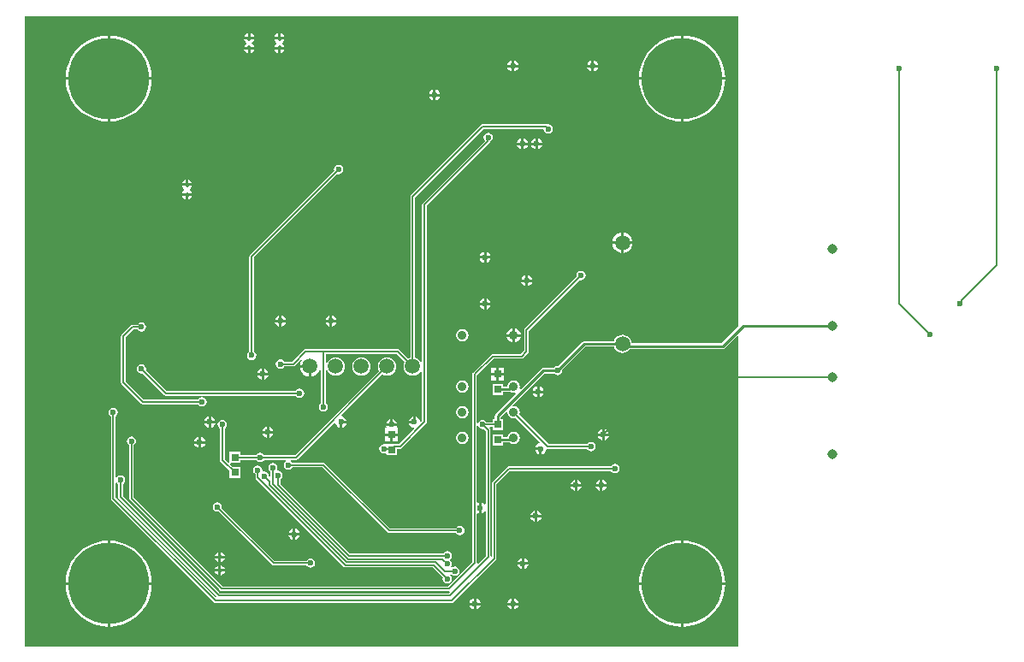
<source format=gbl>
G04*
G04 #@! TF.GenerationSoftware,Altium Limited,Altium Designer,19.0.15 (446)*
G04*
G04 Layer_Physical_Order=2*
G04 Layer_Color=16711680*
%FSLAX25Y25*%
%MOIN*%
G70*
G01*
G75*
%ADD12C,0.00600*%
%ADD18C,0.01000*%
%ADD44R,0.02953X0.03150*%
%ADD63C,0.31496*%
%ADD64C,0.05906*%
%ADD65C,0.03838*%
%ADD66C,0.03543*%
%ADD67C,0.02362*%
%ADD68C,0.01968*%
G36*
X24016Y122811D02*
Y1980D01*
X17252Y-4784D01*
X-17682D01*
X-17786Y-3994D01*
X-18144Y-3130D01*
X-18714Y-2387D01*
X-19456Y-1818D01*
X-20320Y-1460D01*
X-21248Y-1338D01*
X-22175Y-1460D01*
X-23039Y-1818D01*
X-23782Y-2387D01*
X-24351Y-3130D01*
X-24629Y-3800D01*
X-36132D01*
X-36132Y-3800D01*
X-36561Y-3885D01*
X-36925Y-4128D01*
X-36925Y-4128D01*
X-46373Y-13577D01*
X-46565Y-13538D01*
X-47260Y-13677D01*
X-47849Y-14070D01*
X-47958Y-14233D01*
X-52145D01*
X-52574Y-14318D01*
X-52938Y-14561D01*
X-52938Y-14561D01*
X-60908Y-22532D01*
X-61369Y-22285D01*
X-61243Y-21654D01*
X-61427Y-20728D01*
X-61952Y-19944D01*
X-62736Y-19420D01*
X-63661Y-19236D01*
X-64587Y-19420D01*
X-65371Y-19944D01*
X-65895Y-20728D01*
X-66052Y-21516D01*
X-67805D01*
Y-20463D01*
X-71958D01*
Y-24813D01*
X-67805D01*
Y-23759D01*
X-65334D01*
X-65334Y-23759D01*
X-64906Y-23674D01*
X-64587Y-23888D01*
X-63661Y-24071D01*
X-63029Y-23946D01*
X-62783Y-24407D01*
X-70675Y-32298D01*
X-70918Y-32662D01*
X-71004Y-33091D01*
X-71003Y-33091D01*
Y-34242D01*
X-71958D01*
Y-35500D01*
X-74259D01*
X-74503Y-35133D01*
X-75093Y-34740D01*
X-75787Y-34601D01*
X-76482Y-34740D01*
X-77071Y-35133D01*
X-77465Y-35722D01*
X-77478Y-35789D01*
X-77978Y-35740D01*
Y-17160D01*
X-71578Y-10760D01*
X-60632D01*
X-60281Y-10690D01*
X-59983Y-10491D01*
X-58015Y-8523D01*
X-57816Y-8225D01*
X-57746Y-7874D01*
Y11D01*
X-37834Y19924D01*
X-37402Y19838D01*
X-36707Y19976D01*
X-36118Y20369D01*
X-35724Y20959D01*
X-35586Y21654D01*
X-35724Y22348D01*
X-36118Y22938D01*
X-36707Y23331D01*
X-37402Y23470D01*
X-38096Y23331D01*
X-38686Y22938D01*
X-39079Y22348D01*
X-39218Y21654D01*
X-39132Y21221D01*
X-59313Y1040D01*
X-59512Y742D01*
X-59581Y391D01*
Y-7494D01*
X-61012Y-8925D01*
X-71958D01*
X-72309Y-8995D01*
X-72607Y-9194D01*
X-79545Y-16131D01*
X-79744Y-16429D01*
X-79814Y-16780D01*
Y-90038D01*
X-89252Y-99476D01*
X-176951D01*
X-211681Y-64746D01*
Y-44364D01*
X-211314Y-44119D01*
X-210921Y-43530D01*
X-210782Y-42835D01*
X-210921Y-42140D01*
X-211314Y-41551D01*
X-211904Y-41157D01*
X-212598Y-41019D01*
X-213293Y-41157D01*
X-213882Y-41551D01*
X-214276Y-42140D01*
X-214414Y-42835D01*
X-214276Y-43530D01*
X-213882Y-44119D01*
X-213516Y-44364D01*
Y-65126D01*
X-213446Y-65477D01*
X-213247Y-65775D01*
X-177979Y-101043D01*
X-177682Y-101242D01*
X-177331Y-101311D01*
X-88872D01*
X-88847Y-101306D01*
X-88601Y-101767D01*
X-88963Y-102129D01*
X-178069D01*
X-215893Y-64305D01*
Y-59600D01*
X-215527Y-59355D01*
X-215133Y-58766D01*
X-214995Y-58071D01*
X-215133Y-57376D01*
X-215527Y-56787D01*
X-216116Y-56393D01*
X-216811Y-56255D01*
X-217506Y-56393D01*
X-218095Y-56787D01*
X-218267Y-57045D01*
X-218767Y-56893D01*
Y-33182D01*
X-218401Y-32938D01*
X-218007Y-32348D01*
X-217869Y-31654D01*
X-218007Y-30959D01*
X-218401Y-30369D01*
X-218990Y-29976D01*
X-219685Y-29838D01*
X-220380Y-29976D01*
X-220969Y-30369D01*
X-221363Y-30959D01*
X-221501Y-31654D01*
X-221363Y-32348D01*
X-220969Y-32938D01*
X-220603Y-33182D01*
Y-65134D01*
X-220533Y-65485D01*
X-220334Y-65783D01*
X-180442Y-105675D01*
X-180145Y-105873D01*
X-179794Y-105943D01*
X-87669D01*
X-87317Y-105873D01*
X-87020Y-105675D01*
X-70611Y-89266D01*
X-70412Y-88968D01*
X-70342Y-88617D01*
Y-59649D01*
X-65154Y-54461D01*
X-25663D01*
X-25418Y-54827D01*
X-24829Y-55221D01*
X-24134Y-55359D01*
X-23439Y-55221D01*
X-22850Y-54827D01*
X-22456Y-54238D01*
X-22318Y-53543D01*
X-22456Y-52848D01*
X-22850Y-52259D01*
X-23439Y-51866D01*
X-24134Y-51727D01*
X-24829Y-51866D01*
X-25418Y-52259D01*
X-25663Y-52626D01*
X-65534D01*
X-65886Y-52696D01*
X-66183Y-52894D01*
X-71909Y-58620D01*
X-72108Y-58918D01*
X-72177Y-59269D01*
Y-87774D01*
X-72204Y-87794D01*
X-72704Y-87542D01*
Y-38583D01*
X-72774Y-38232D01*
X-72973Y-37934D01*
X-73110Y-37797D01*
X-72919Y-37335D01*
X-71958D01*
Y-38592D01*
X-67805D01*
Y-34242D01*
X-68760D01*
Y-33556D01*
X-66523Y-31318D01*
X-66062Y-31564D01*
X-66079Y-31654D01*
X-65895Y-32579D01*
X-65371Y-33363D01*
X-64587Y-33887D01*
X-63661Y-34071D01*
X-62736Y-33887D01*
X-62730Y-33883D01*
X-53475Y-43138D01*
X-53639Y-43681D01*
X-54001Y-43753D01*
X-54722Y-44235D01*
X-55204Y-44956D01*
X-55274Y-45307D01*
X-53150D01*
Y-45807D01*
X-52650D01*
Y-47932D01*
X-52299Y-47862D01*
X-51577Y-47380D01*
X-51095Y-46658D01*
X-51007Y-46216D01*
X-50689Y-45842D01*
X-50468Y-45875D01*
X-50330Y-45903D01*
X-34993D01*
X-34749Y-46269D01*
X-34159Y-46663D01*
X-33465Y-46801D01*
X-32770Y-46663D01*
X-32181Y-46269D01*
X-31787Y-45680D01*
X-31649Y-44985D01*
X-31787Y-44290D01*
X-32181Y-43701D01*
X-32770Y-43307D01*
X-33465Y-43169D01*
X-34159Y-43307D01*
X-34749Y-43701D01*
X-34993Y-44067D01*
X-49950D01*
X-61432Y-32585D01*
X-61427Y-32579D01*
X-61243Y-31654D01*
X-61427Y-30728D01*
X-61952Y-29944D01*
X-62736Y-29420D01*
X-63661Y-29236D01*
X-63751Y-29253D01*
X-63997Y-28793D01*
X-51680Y-16476D01*
X-47958D01*
X-47849Y-16638D01*
X-47260Y-17032D01*
X-46565Y-17170D01*
X-45870Y-17032D01*
X-45281Y-16638D01*
X-44887Y-16049D01*
X-44749Y-15354D01*
X-44787Y-15163D01*
X-35667Y-6043D01*
X-24629D01*
X-24351Y-6713D01*
X-23782Y-7455D01*
X-23039Y-8025D01*
X-22175Y-8383D01*
X-21248Y-8505D01*
X-20320Y-8383D01*
X-19456Y-8025D01*
X-18714Y-7455D01*
X-18385Y-7027D01*
X17717D01*
X17717Y-7027D01*
X18146Y-6942D01*
X18510Y-6699D01*
X23554Y-1654D01*
X24016Y-1846D01*
Y-122811D01*
X-254308Y-122811D01*
X-254308Y122811D01*
X24016Y122811D01*
D02*
G37*
G36*
X-77465Y-37112D02*
X-77071Y-37701D01*
X-76482Y-38095D01*
X-75787Y-38233D01*
X-75355Y-38147D01*
X-74540Y-38963D01*
Y-67412D01*
X-75040Y-67564D01*
X-75199Y-67325D01*
X-75921Y-66843D01*
X-76272Y-66773D01*
Y-68898D01*
Y-71022D01*
X-75921Y-70952D01*
X-75199Y-70470D01*
X-75040Y-70231D01*
X-74540Y-70383D01*
Y-87706D01*
X-77522Y-90689D01*
X-77983Y-90442D01*
X-77978Y-90418D01*
Y-71270D01*
X-77478Y-70981D01*
X-77272Y-71022D01*
Y-68898D01*
Y-66773D01*
X-77478Y-66814D01*
X-77978Y-66525D01*
Y-37095D01*
X-77478Y-37046D01*
X-77465Y-37112D01*
D02*
G37*
G36*
X-218095Y-59355D02*
X-217729Y-59600D01*
Y-64685D01*
X-217659Y-65036D01*
X-217460Y-65334D01*
X-179580Y-103214D01*
X-179727Y-103774D01*
X-179734Y-103776D01*
X-179752Y-103769D01*
X-218767Y-64754D01*
Y-59249D01*
X-218267Y-59097D01*
X-218095Y-59355D01*
D02*
G37*
%LPC*%
G36*
X-154422Y116097D02*
Y114673D01*
X-152998D01*
X-153053Y114947D01*
X-153491Y115604D01*
X-154148Y116042D01*
X-154422Y116097D01*
D02*
G37*
G36*
X-155422D02*
X-155696Y116042D01*
X-156352Y115604D01*
X-156791Y114947D01*
X-156845Y114673D01*
X-155422D01*
Y116097D01*
D02*
G37*
G36*
X-166233D02*
Y114673D01*
X-164809D01*
X-164864Y114947D01*
X-165302Y115604D01*
X-165958Y116042D01*
X-166233Y116097D01*
D02*
G37*
G36*
X-167233D02*
X-167507Y116042D01*
X-168163Y115604D01*
X-168602Y114947D01*
X-168656Y114673D01*
X-167233D01*
Y116097D01*
D02*
G37*
G36*
X-152998Y113673D02*
X-156845D01*
X-156791Y113399D01*
X-156352Y112743D01*
X-155997Y112505D01*
Y111904D01*
X-156352Y111667D01*
X-156791Y111010D01*
X-156845Y110736D01*
X-152998D01*
X-153053Y111010D01*
X-153491Y111667D01*
X-153846Y111904D01*
Y112505D01*
X-153491Y112743D01*
X-153053Y113399D01*
X-152998Y113673D01*
D02*
G37*
G36*
X-164809D02*
X-168656D01*
X-168602Y113399D01*
X-168163Y112743D01*
X-167808Y112505D01*
Y111904D01*
X-168163Y111667D01*
X-168602Y111010D01*
X-168656Y110736D01*
X-164809D01*
X-164864Y111010D01*
X-165302Y111667D01*
X-165657Y111904D01*
Y112505D01*
X-165302Y112743D01*
X-164864Y113399D01*
X-164809Y113673D01*
D02*
G37*
G36*
X-152998Y109736D02*
X-154422D01*
Y108313D01*
X-154148Y108367D01*
X-153491Y108806D01*
X-153053Y109462D01*
X-152998Y109736D01*
D02*
G37*
G36*
X-155422D02*
X-156845D01*
X-156791Y109462D01*
X-156352Y108806D01*
X-155696Y108367D01*
X-155422Y108313D01*
Y109736D01*
D02*
G37*
G36*
X-164809D02*
X-166233D01*
Y108313D01*
X-165958Y108367D01*
X-165302Y108806D01*
X-164864Y109462D01*
X-164809Y109736D01*
D02*
G37*
G36*
X-167233D02*
X-168656D01*
X-168602Y109462D01*
X-168163Y108806D01*
X-167507Y108367D01*
X-167233Y108313D01*
Y109736D01*
D02*
G37*
G36*
X-32374Y105471D02*
Y103847D01*
X-30750D01*
X-30819Y104198D01*
X-31302Y104919D01*
X-32023Y105401D01*
X-32374Y105471D01*
D02*
G37*
G36*
X-33374D02*
X-33725Y105401D01*
X-34446Y104919D01*
X-34929Y104198D01*
X-34998Y103847D01*
X-33374D01*
Y105471D01*
D02*
G37*
G36*
X-63476D02*
Y103847D01*
X-61852D01*
X-61922Y104198D01*
X-62404Y104919D01*
X-63125Y105401D01*
X-63476Y105471D01*
D02*
G37*
G36*
X-64476D02*
X-64827Y105401D01*
X-65549Y104919D01*
X-66031Y104198D01*
X-66101Y103847D01*
X-64476D01*
Y105471D01*
D02*
G37*
G36*
X-30750Y102847D02*
X-32374D01*
Y101222D01*
X-32023Y101292D01*
X-31302Y101774D01*
X-30819Y102495D01*
X-30750Y102847D01*
D02*
G37*
G36*
X-33374D02*
X-34998D01*
X-34929Y102495D01*
X-34446Y101774D01*
X-33725Y101292D01*
X-33374Y101222D01*
Y102847D01*
D02*
G37*
G36*
X-61852D02*
X-63476D01*
Y101222D01*
X-63125Y101292D01*
X-62404Y101774D01*
X-61922Y102495D01*
X-61852Y102847D01*
D02*
G37*
G36*
X-64476D02*
X-66101D01*
X-66031Y102495D01*
X-65549Y101774D01*
X-64827Y101292D01*
X-64476Y101222D01*
Y102847D01*
D02*
G37*
G36*
X2468Y115176D02*
Y98925D01*
X18720D01*
X18609Y100616D01*
X18181Y102769D01*
X17475Y104848D01*
X16504Y106817D01*
X15284Y108643D01*
X13837Y110293D01*
X12186Y111741D01*
X10361Y112961D01*
X8392Y113932D01*
X6312Y114637D01*
X4159Y115066D01*
X2468Y115176D01*
D02*
G37*
G36*
X1469D02*
X-222Y115066D01*
X-2376Y114637D01*
X-4454Y113932D01*
X-6424Y112961D01*
X-8249Y111741D01*
X-9900Y110293D01*
X-11347Y108643D01*
X-12567Y106817D01*
X-13538Y104848D01*
X-14244Y102769D01*
X-14672Y100616D01*
X-14783Y98925D01*
X1469D01*
Y115176D01*
D02*
G37*
G36*
X-220957D02*
Y98925D01*
X-204706D01*
X-204816Y100616D01*
X-205245Y102769D01*
X-205950Y104848D01*
X-206921Y106817D01*
X-208141Y108643D01*
X-209589Y110293D01*
X-211239Y111741D01*
X-213065Y112961D01*
X-215034Y113932D01*
X-217113Y114637D01*
X-219266Y115066D01*
X-220957Y115176D01*
D02*
G37*
G36*
X-221957D02*
X-223647Y115066D01*
X-225801Y114637D01*
X-227880Y113932D01*
X-229849Y112961D01*
X-231674Y111741D01*
X-233325Y110293D01*
X-234772Y108643D01*
X-235992Y106817D01*
X-236963Y104848D01*
X-237669Y102769D01*
X-238097Y100616D01*
X-238208Y98925D01*
X-221957D01*
Y115176D01*
D02*
G37*
G36*
X-93988Y94144D02*
Y92520D01*
X-92364D01*
X-92434Y92871D01*
X-92916Y93592D01*
X-93637Y94074D01*
X-93988Y94144D01*
D02*
G37*
G36*
X-94988D02*
X-95339Y94074D01*
X-96061Y93592D01*
X-96543Y92871D01*
X-96613Y92520D01*
X-94988D01*
Y94144D01*
D02*
G37*
G36*
X-92364Y91520D02*
X-93988D01*
Y89895D01*
X-93637Y89965D01*
X-92916Y90447D01*
X-92434Y91169D01*
X-92364Y91520D01*
D02*
G37*
G36*
X-94988D02*
X-96613D01*
X-96543Y91169D01*
X-96061Y90447D01*
X-95339Y89965D01*
X-94988Y89895D01*
Y91520D01*
D02*
G37*
G36*
X18720Y97925D02*
X2468D01*
Y81674D01*
X4159Y81785D01*
X6312Y82213D01*
X8392Y82919D01*
X10361Y83890D01*
X12186Y85110D01*
X13837Y86557D01*
X15284Y88208D01*
X16504Y90033D01*
X17475Y92002D01*
X18181Y94081D01*
X18609Y96234D01*
X18720Y97925D01*
D02*
G37*
G36*
X1469D02*
X-14783D01*
X-14672Y96234D01*
X-14244Y94081D01*
X-13538Y92002D01*
X-12567Y90033D01*
X-11347Y88208D01*
X-9900Y86557D01*
X-8249Y85110D01*
X-6424Y83890D01*
X-4454Y82919D01*
X-2376Y82213D01*
X-222Y81785D01*
X1469Y81674D01*
Y97925D01*
D02*
G37*
G36*
X-204706D02*
X-220957D01*
Y81674D01*
X-219266Y81785D01*
X-217113Y82213D01*
X-215034Y82919D01*
X-213065Y83890D01*
X-211239Y85110D01*
X-209589Y86557D01*
X-208141Y88208D01*
X-206921Y90033D01*
X-205950Y92002D01*
X-205245Y94081D01*
X-204816Y96234D01*
X-204706Y97925D01*
D02*
G37*
G36*
X-221957D02*
X-238208D01*
X-238097Y96234D01*
X-237669Y94081D01*
X-236963Y92002D01*
X-235992Y90033D01*
X-234772Y88208D01*
X-233325Y86557D01*
X-231674Y85110D01*
X-229849Y83890D01*
X-227880Y82919D01*
X-225801Y82213D01*
X-223647Y81785D01*
X-221957Y81674D01*
Y97925D01*
D02*
G37*
G36*
X-51181Y80642D02*
X-75787D01*
X-76139Y80572D01*
X-76436Y80373D01*
X-103680Y53129D01*
X-103879Y52832D01*
X-103949Y52480D01*
Y-10317D01*
X-103959Y-10318D01*
X-104823Y-10676D01*
X-104831Y-10682D01*
X-108288Y-7225D01*
X-108586Y-7026D01*
X-108937Y-6956D01*
X-144685D01*
X-145036Y-7026D01*
X-145334Y-7225D01*
X-149986Y-11878D01*
X-152999D01*
X-153244Y-11511D01*
X-153833Y-11118D01*
X-154528Y-10979D01*
X-155222Y-11118D01*
X-155812Y-11511D01*
X-156205Y-12100D01*
X-156344Y-12795D01*
X-156205Y-13490D01*
X-155812Y-14079D01*
X-155222Y-14473D01*
X-154528Y-14611D01*
X-153833Y-14473D01*
X-153244Y-14079D01*
X-152999Y-13713D01*
X-149606D01*
X-149255Y-13643D01*
X-148957Y-13444D01*
X-146505Y-10991D01*
X-146128Y-11322D01*
X-146484Y-11786D01*
X-146882Y-12748D01*
X-146952Y-13280D01*
X-143032D01*
Y-13780D01*
X-142532D01*
Y-17701D01*
X-142000Y-17630D01*
X-141038Y-17232D01*
X-140212Y-16599D01*
X-139579Y-15773D01*
X-139181Y-14811D01*
X-138713Y-14925D01*
Y-27999D01*
X-139079Y-28243D01*
X-139473Y-28833D01*
X-139611Y-29528D01*
X-139473Y-30222D01*
X-139079Y-30812D01*
X-138490Y-31205D01*
X-137795Y-31343D01*
X-137100Y-31205D01*
X-136511Y-30812D01*
X-136117Y-30222D01*
X-135979Y-29528D01*
X-136117Y-28833D01*
X-136511Y-28243D01*
X-136878Y-27999D01*
Y-15085D01*
X-136378Y-14985D01*
X-136135Y-15571D01*
X-135565Y-16313D01*
X-134823Y-16883D01*
X-133959Y-17241D01*
X-133031Y-17363D01*
X-132104Y-17241D01*
X-131240Y-16883D01*
X-130498Y-16313D01*
X-129928Y-15571D01*
X-129570Y-14707D01*
X-129448Y-13780D01*
X-129570Y-12852D01*
X-129928Y-11988D01*
X-130498Y-11246D01*
X-131240Y-10676D01*
X-132104Y-10318D01*
X-133031Y-10196D01*
X-133959Y-10318D01*
X-134823Y-10676D01*
X-135565Y-11246D01*
X-136135Y-11988D01*
X-136378Y-12574D01*
X-136878Y-12475D01*
Y-8792D01*
X-109317D01*
X-106129Y-11980D01*
X-106135Y-11988D01*
X-106493Y-12852D01*
X-106615Y-13780D01*
X-106493Y-14707D01*
X-106135Y-15571D01*
X-105565Y-16313D01*
X-104823Y-16883D01*
X-103959Y-17241D01*
X-103032Y-17363D01*
X-102104Y-17241D01*
X-101240Y-16883D01*
X-100498Y-16313D01*
X-99928Y-15571D01*
X-99843Y-15365D01*
X-99343Y-15465D01*
Y-35022D01*
X-99724Y-35341D01*
X-100187Y-35190D01*
X-100308Y-34582D01*
X-100790Y-33861D01*
X-101511Y-33378D01*
X-101862Y-33309D01*
Y-35433D01*
X-102362D01*
Y-35933D01*
X-104487D01*
X-104417Y-36284D01*
X-103935Y-37006D01*
X-103213Y-37488D01*
X-102605Y-37609D01*
X-102431Y-38142D01*
X-108357Y-44067D01*
X-110044D01*
X-110133Y-44085D01*
X-113297D01*
X-113297Y-44085D01*
X-113790Y-44067D01*
X-114173Y-43991D01*
X-114868Y-44129D01*
X-115457Y-44523D01*
X-115851Y-45112D01*
X-115989Y-45807D01*
X-115851Y-46502D01*
X-115457Y-47091D01*
X-114868Y-47485D01*
X-114173Y-47623D01*
X-113797Y-47548D01*
X-113297Y-47919D01*
Y-48435D01*
X-109144D01*
Y-45903D01*
X-107977D01*
X-107626Y-45833D01*
X-107328Y-45634D01*
X-97776Y-36082D01*
X-97577Y-35784D01*
X-97508Y-35433D01*
Y48832D01*
X-73091Y73249D01*
X-72892Y73547D01*
X-72822Y73898D01*
Y73916D01*
X-72338Y74240D01*
X-71944Y74829D01*
X-71806Y75524D01*
X-71944Y76219D01*
X-72338Y76808D01*
X-72927Y77201D01*
X-73622Y77340D01*
X-74317Y77201D01*
X-74906Y76808D01*
X-75300Y76219D01*
X-75438Y75524D01*
X-75300Y74829D01*
X-74906Y74240D01*
X-74887Y74048D01*
X-99074Y49861D01*
X-99273Y49564D01*
X-99343Y49213D01*
Y-12094D01*
X-99843Y-12194D01*
X-99928Y-11988D01*
X-100498Y-11246D01*
X-101240Y-10676D01*
X-102104Y-10318D01*
X-102114Y-10317D01*
Y52100D01*
X-75407Y78807D01*
X-52068D01*
X-52013Y78740D01*
X-51875Y78045D01*
X-51481Y77456D01*
X-50892Y77062D01*
X-50197Y76924D01*
X-49502Y77062D01*
X-48913Y77456D01*
X-48519Y78045D01*
X-48381Y78740D01*
X-48519Y79435D01*
X-48913Y80024D01*
X-49502Y80418D01*
X-50197Y80556D01*
X-50666Y80463D01*
X-50830Y80572D01*
X-51181Y80642D01*
D02*
G37*
G36*
X-54224Y75156D02*
Y73532D01*
X-52600D01*
X-52670Y73883D01*
X-53152Y74604D01*
X-53873Y75086D01*
X-54224Y75156D01*
D02*
G37*
G36*
X-55224D02*
X-55575Y75086D01*
X-56297Y74604D01*
X-56779Y73883D01*
X-56849Y73532D01*
X-55224D01*
Y75156D01*
D02*
G37*
G36*
X-59736D02*
Y73532D01*
X-58112D01*
X-58182Y73883D01*
X-58664Y74604D01*
X-59385Y75086D01*
X-59736Y75156D01*
D02*
G37*
G36*
X-60736D02*
X-61087Y75086D01*
X-61809Y74604D01*
X-62291Y73883D01*
X-62361Y73532D01*
X-60736D01*
Y75156D01*
D02*
G37*
G36*
X-52600Y72531D02*
X-54224D01*
Y70907D01*
X-53873Y70977D01*
X-53152Y71459D01*
X-52670Y72180D01*
X-52600Y72531D01*
D02*
G37*
G36*
X-55224D02*
X-56849D01*
X-56779Y72180D01*
X-56297Y71459D01*
X-55575Y70977D01*
X-55224Y70907D01*
Y72531D01*
D02*
G37*
G36*
X-58112D02*
X-59736D01*
Y70907D01*
X-59385Y70977D01*
X-58664Y71459D01*
X-58182Y72180D01*
X-58112Y72531D01*
D02*
G37*
G36*
X-60736D02*
X-62361D01*
X-62291Y72180D01*
X-61809Y71459D01*
X-61087Y70977D01*
X-60736Y70907D01*
Y72531D01*
D02*
G37*
G36*
X-131890Y64808D02*
X-132585Y64670D01*
X-133174Y64276D01*
X-133568Y63687D01*
X-133706Y62992D01*
X-133620Y62560D01*
X-166397Y29783D01*
X-166596Y29485D01*
X-166666Y29134D01*
Y-7920D01*
X-167032Y-8165D01*
X-167426Y-8754D01*
X-167564Y-9449D01*
X-167426Y-10144D01*
X-167032Y-10733D01*
X-166443Y-11127D01*
X-165748Y-11265D01*
X-165053Y-11127D01*
X-164464Y-10733D01*
X-164070Y-10144D01*
X-163932Y-9449D01*
X-164070Y-8754D01*
X-164464Y-8165D01*
X-164830Y-7920D01*
Y28754D01*
X-132322Y61262D01*
X-131890Y61176D01*
X-131195Y61314D01*
X-130606Y61708D01*
X-130212Y62297D01*
X-130074Y62992D01*
X-130212Y63687D01*
X-130606Y64276D01*
X-131195Y64670D01*
X-131890Y64808D01*
D02*
G37*
G36*
X-190445Y59010D02*
Y57587D01*
X-189021D01*
X-189076Y57861D01*
X-189514Y58517D01*
X-190171Y58956D01*
X-190445Y59010D01*
D02*
G37*
G36*
X-191445D02*
X-191719Y58956D01*
X-192375Y58517D01*
X-192814Y57861D01*
X-192868Y57587D01*
X-191445D01*
Y59010D01*
D02*
G37*
G36*
X-189021Y56587D02*
X-192868D01*
X-192814Y56312D01*
X-192375Y55656D01*
X-192020Y55419D01*
Y54817D01*
X-192375Y54580D01*
X-192814Y53924D01*
X-192868Y53650D01*
X-189021D01*
X-189076Y53924D01*
X-189514Y54580D01*
X-189869Y54817D01*
Y55419D01*
X-189514Y55656D01*
X-189076Y56312D01*
X-189021Y56587D01*
D02*
G37*
G36*
Y52650D02*
X-190445D01*
Y51226D01*
X-190171Y51280D01*
X-189514Y51719D01*
X-189076Y52375D01*
X-189021Y52650D01*
D02*
G37*
G36*
X-191445D02*
X-192868D01*
X-192814Y52375D01*
X-192375Y51719D01*
X-191719Y51280D01*
X-191445Y51226D01*
Y52650D01*
D02*
G37*
G36*
X-20748Y38370D02*
Y34949D01*
X-17327D01*
X-17397Y35481D01*
X-17795Y36442D01*
X-18429Y37268D01*
X-19254Y37901D01*
X-20216Y38300D01*
X-20748Y38370D01*
D02*
G37*
G36*
X-21748D02*
X-22280Y38300D01*
X-23241Y37901D01*
X-24067Y37268D01*
X-24700Y36442D01*
X-25099Y35481D01*
X-25169Y34949D01*
X-21748D01*
Y38370D01*
D02*
G37*
G36*
Y33949D02*
X-25169D01*
X-25099Y33417D01*
X-24700Y32455D01*
X-24067Y31630D01*
X-23241Y30996D01*
X-22280Y30598D01*
X-21748Y30528D01*
Y33949D01*
D02*
G37*
G36*
X-17327D02*
X-20748D01*
Y30528D01*
X-20216Y30598D01*
X-19254Y30996D01*
X-18429Y31630D01*
X-17795Y32455D01*
X-17397Y33417D01*
X-17327Y33949D01*
D02*
G37*
G36*
X-74303Y30864D02*
Y29240D01*
X-72679D01*
X-72749Y29591D01*
X-73231Y30312D01*
X-73952Y30795D01*
X-74303Y30864D01*
D02*
G37*
G36*
X-75303D02*
X-75654Y30795D01*
X-76376Y30312D01*
X-76858Y29591D01*
X-76928Y29240D01*
X-75303D01*
Y30864D01*
D02*
G37*
G36*
X-72679Y28240D02*
X-74303D01*
Y26616D01*
X-73952Y26686D01*
X-73231Y27167D01*
X-72749Y27889D01*
X-72679Y28240D01*
D02*
G37*
G36*
X-75303D02*
X-76928D01*
X-76858Y27889D01*
X-76376Y27167D01*
X-75654Y26686D01*
X-75303Y26616D01*
Y28240D01*
D02*
G37*
G36*
X-58071Y21809D02*
Y20185D01*
X-56446D01*
X-56516Y20536D01*
X-56998Y21258D01*
X-57720Y21740D01*
X-58071Y21809D01*
D02*
G37*
G36*
X-59071D02*
X-59422Y21740D01*
X-60143Y21258D01*
X-60625Y20536D01*
X-60695Y20185D01*
X-59071D01*
Y21809D01*
D02*
G37*
G36*
X-56446Y19185D02*
X-58071D01*
Y17561D01*
X-57720Y17630D01*
X-56998Y18113D01*
X-56516Y18834D01*
X-56446Y19185D01*
D02*
G37*
G36*
X-59071D02*
X-60695D01*
X-60625Y18834D01*
X-60143Y18113D01*
X-59422Y17630D01*
X-59071Y17561D01*
Y19185D01*
D02*
G37*
G36*
X-74303Y12754D02*
Y11130D01*
X-72679D01*
X-72749Y11481D01*
X-73231Y12202D01*
X-73952Y12685D01*
X-74303Y12754D01*
D02*
G37*
G36*
X-75303D02*
X-75654Y12685D01*
X-76376Y12202D01*
X-76858Y11481D01*
X-76928Y11130D01*
X-75303D01*
Y12754D01*
D02*
G37*
G36*
X-72679Y10130D02*
X-74303D01*
Y8506D01*
X-73952Y8575D01*
X-73231Y9058D01*
X-72749Y9779D01*
X-72679Y10130D01*
D02*
G37*
G36*
X-75303D02*
X-76928D01*
X-76858Y9779D01*
X-76376Y9058D01*
X-75654Y8575D01*
X-75303Y8506D01*
Y10130D01*
D02*
G37*
G36*
X-134343Y6061D02*
Y4437D01*
X-132718D01*
X-132788Y4788D01*
X-133270Y5509D01*
X-133992Y5992D01*
X-134343Y6061D01*
D02*
G37*
G36*
X-135343D02*
X-135694Y5992D01*
X-136415Y5509D01*
X-136897Y4788D01*
X-136967Y4437D01*
X-135343D01*
Y6061D01*
D02*
G37*
G36*
X-154028D02*
Y4437D01*
X-152403D01*
X-152473Y4788D01*
X-152955Y5509D01*
X-153676Y5992D01*
X-154028Y6061D01*
D02*
G37*
G36*
X-155028D02*
X-155379Y5992D01*
X-156100Y5509D01*
X-156582Y4788D01*
X-156652Y4437D01*
X-155028D01*
Y6061D01*
D02*
G37*
G36*
X-132718Y3437D02*
X-134343D01*
Y1813D01*
X-133992Y1883D01*
X-133270Y2365D01*
X-132788Y3086D01*
X-132718Y3437D01*
D02*
G37*
G36*
X-135343D02*
X-136967D01*
X-136897Y3086D01*
X-136415Y2365D01*
X-135694Y1883D01*
X-135343Y1813D01*
Y3437D01*
D02*
G37*
G36*
X-152403D02*
X-154028D01*
Y1813D01*
X-153676Y1883D01*
X-152955Y2365D01*
X-152473Y3086D01*
X-152403Y3437D01*
D02*
G37*
G36*
X-155028D02*
X-156652D01*
X-156582Y3086D01*
X-156100Y2365D01*
X-155379Y1883D01*
X-155028Y1813D01*
Y3437D01*
D02*
G37*
G36*
X-208661Y3391D02*
X-209356Y3253D01*
X-209946Y2859D01*
X-210190Y2492D01*
X-212205D01*
X-212556Y2423D01*
X-212854Y2224D01*
X-216397Y-1320D01*
X-216596Y-1617D01*
X-216666Y-1969D01*
Y-20079D01*
X-216596Y-20430D01*
X-216397Y-20728D01*
X-208917Y-28208D01*
X-208619Y-28407D01*
X-208268Y-28477D01*
X-186568D01*
X-186323Y-28843D01*
X-185734Y-29237D01*
X-185039Y-29375D01*
X-184344Y-29237D01*
X-183755Y-28843D01*
X-183362Y-28254D01*
X-183223Y-27559D01*
X-183362Y-26864D01*
X-183755Y-26275D01*
X-184344Y-25881D01*
X-185039Y-25743D01*
X-185734Y-25881D01*
X-186323Y-26275D01*
X-186568Y-26641D01*
X-207888D01*
X-214830Y-19699D01*
Y-2349D01*
X-211825Y657D01*
X-210190D01*
X-209946Y291D01*
X-209356Y-103D01*
X-208661Y-241D01*
X-207966Y-103D01*
X-207377Y291D01*
X-206984Y880D01*
X-206845Y1575D01*
X-206984Y2270D01*
X-207377Y2859D01*
X-207966Y3253D01*
X-208661Y3391D01*
D02*
G37*
G36*
X-63161Y1076D02*
Y-1154D01*
X-60932D01*
X-60961Y-930D01*
X-61241Y-256D01*
X-61685Y323D01*
X-62264Y767D01*
X-62938Y1047D01*
X-63161Y1076D01*
D02*
G37*
G36*
X-64161Y1076D02*
X-64385Y1047D01*
X-65059Y767D01*
X-65638Y323D01*
X-66082Y-256D01*
X-66362Y-930D01*
X-66391Y-1154D01*
X-64161D01*
Y1076D01*
D02*
G37*
G36*
X-83661Y764D02*
X-84587Y580D01*
X-85371Y56D01*
X-85895Y-728D01*
X-86079Y-1654D01*
X-85895Y-2579D01*
X-85371Y-3363D01*
X-84587Y-3887D01*
X-83661Y-4072D01*
X-82736Y-3887D01*
X-81952Y-3363D01*
X-81428Y-2579D01*
X-81243Y-1654D01*
X-81428Y-728D01*
X-81952Y56D01*
X-82736Y580D01*
X-83661Y764D01*
D02*
G37*
G36*
X-64161Y-2153D02*
X-66391D01*
X-66362Y-2377D01*
X-66082Y-3051D01*
X-65638Y-3630D01*
X-65059Y-4075D01*
X-64385Y-4354D01*
X-64161Y-4383D01*
Y-2153D01*
D02*
G37*
G36*
X-60932D02*
X-63161D01*
Y-4383D01*
X-62938Y-4354D01*
X-62264Y-4075D01*
X-61685Y-3630D01*
X-61241Y-3051D01*
X-60961Y-2377D01*
X-60932Y-2153D01*
D02*
G37*
G36*
X-160917Y-14608D02*
Y-16232D01*
X-159293D01*
X-159363Y-15881D01*
X-159845Y-15160D01*
X-160566Y-14678D01*
X-160917Y-14608D01*
D02*
G37*
G36*
X-161917D02*
X-162268Y-14678D01*
X-162990Y-15160D01*
X-163472Y-15881D01*
X-163542Y-16232D01*
X-161917D01*
Y-14608D01*
D02*
G37*
G36*
X-67405Y-14157D02*
X-69382D01*
Y-16232D01*
X-67405D01*
Y-14157D01*
D02*
G37*
G36*
X-70382D02*
X-72358D01*
Y-16232D01*
X-70382D01*
Y-14157D01*
D02*
G37*
G36*
X-113031Y-10196D02*
X-113959Y-10318D01*
X-114823Y-10676D01*
X-115565Y-11246D01*
X-116135Y-11988D01*
X-116493Y-12852D01*
X-116615Y-13780D01*
X-116493Y-14707D01*
X-116135Y-15571D01*
X-116129Y-15579D01*
X-148845Y-48295D01*
X-160873D01*
X-161117Y-47929D01*
X-161707Y-47535D01*
X-162402Y-47397D01*
X-163096Y-47535D01*
X-163686Y-47929D01*
X-163930Y-48295D01*
X-170168D01*
Y-47038D01*
X-174320D01*
Y-51037D01*
X-174820Y-51244D01*
X-176248Y-49817D01*
Y-37946D01*
X-175881Y-37701D01*
X-175488Y-37112D01*
X-175349Y-36417D01*
X-175488Y-35722D01*
X-175881Y-35133D01*
X-176470Y-34740D01*
X-177165Y-34601D01*
X-177860Y-34740D01*
X-178449Y-35133D01*
X-178843Y-35722D01*
X-178981Y-36417D01*
X-178843Y-37112D01*
X-178449Y-37701D01*
X-178083Y-37946D01*
Y-50197D01*
X-178013Y-50548D01*
X-177814Y-50846D01*
X-174320Y-54339D01*
Y-57293D01*
X-170168D01*
Y-52943D01*
X-173121D01*
X-174177Y-51887D01*
X-173970Y-51387D01*
X-170168D01*
Y-50130D01*
X-163930D01*
X-163686Y-50497D01*
X-163096Y-50890D01*
X-162402Y-51029D01*
X-161707Y-50890D01*
X-161117Y-50497D01*
X-160873Y-50130D01*
X-152513D01*
X-152361Y-50630D01*
X-152737Y-50881D01*
X-153130Y-51470D01*
X-153269Y-52165D01*
X-153130Y-52860D01*
X-152737Y-53449D01*
X-152147Y-53843D01*
X-151453Y-53981D01*
X-150758Y-53843D01*
X-150169Y-53449D01*
X-149924Y-53083D01*
X-138175D01*
X-112854Y-78405D01*
X-112556Y-78604D01*
X-112205Y-78673D01*
X-86175D01*
X-85930Y-79040D01*
X-85341Y-79434D01*
X-84646Y-79572D01*
X-83951Y-79434D01*
X-83362Y-79040D01*
X-82968Y-78451D01*
X-82830Y-77756D01*
X-82968Y-77061D01*
X-83362Y-76472D01*
X-83951Y-76078D01*
X-84646Y-75940D01*
X-85341Y-76078D01*
X-85930Y-76472D01*
X-86175Y-76838D01*
X-111825D01*
X-137146Y-51516D01*
X-137444Y-51318D01*
X-137795Y-51248D01*
X-149924D01*
X-150169Y-50881D01*
X-150544Y-50630D01*
X-150392Y-50130D01*
X-148465D01*
X-148113Y-50060D01*
X-147816Y-49861D01*
X-133597Y-35643D01*
X-133055Y-35808D01*
X-132960Y-36284D01*
X-132478Y-37006D01*
X-131757Y-37488D01*
X-131406Y-37557D01*
Y-35433D01*
X-130906D01*
Y-34933D01*
X-128781D01*
X-128851Y-34582D01*
X-129333Y-33861D01*
X-130055Y-33378D01*
X-130531Y-33284D01*
X-130695Y-32741D01*
X-114831Y-16877D01*
X-114823Y-16883D01*
X-113959Y-17241D01*
X-113031Y-17363D01*
X-112104Y-17241D01*
X-111240Y-16883D01*
X-110498Y-16313D01*
X-109928Y-15571D01*
X-109570Y-14707D01*
X-109448Y-13780D01*
X-109570Y-12852D01*
X-109928Y-11988D01*
X-110498Y-11246D01*
X-111240Y-10676D01*
X-112104Y-10318D01*
X-113031Y-10196D01*
D02*
G37*
G36*
X-123031D02*
X-123959Y-10318D01*
X-124823Y-10676D01*
X-125565Y-11246D01*
X-126135Y-11988D01*
X-126493Y-12852D01*
X-126615Y-13780D01*
X-126493Y-14707D01*
X-126135Y-15571D01*
X-125565Y-16313D01*
X-124823Y-16883D01*
X-123959Y-17241D01*
X-123031Y-17363D01*
X-122104Y-17241D01*
X-121240Y-16883D01*
X-120498Y-16313D01*
X-119928Y-15571D01*
X-119570Y-14707D01*
X-119448Y-13780D01*
X-119570Y-12852D01*
X-119928Y-11988D01*
X-120498Y-11246D01*
X-121240Y-10676D01*
X-122104Y-10318D01*
X-123031Y-10196D01*
D02*
G37*
G36*
X-143532Y-14280D02*
X-146952D01*
X-146882Y-14811D01*
X-146484Y-15773D01*
X-145851Y-16599D01*
X-145025Y-17232D01*
X-144063Y-17630D01*
X-143532Y-17701D01*
Y-14280D01*
D02*
G37*
G36*
X-159293Y-17232D02*
X-160917D01*
Y-18857D01*
X-160566Y-18787D01*
X-159845Y-18305D01*
X-159363Y-17583D01*
X-159293Y-17232D01*
D02*
G37*
G36*
X-161917D02*
X-163542D01*
X-163472Y-17583D01*
X-162990Y-18305D01*
X-162268Y-18787D01*
X-161917Y-18857D01*
Y-17232D01*
D02*
G37*
G36*
X-67405Y-17232D02*
X-69382D01*
Y-19307D01*
X-67405D01*
Y-17232D01*
D02*
G37*
G36*
X-70382D02*
X-72358D01*
Y-19307D01*
X-70382D01*
Y-17232D01*
D02*
G37*
G36*
X-53634Y-21498D02*
Y-23122D01*
X-52009D01*
X-52079Y-22771D01*
X-52561Y-22050D01*
X-53283Y-21567D01*
X-53634Y-21498D01*
D02*
G37*
G36*
X-54634D02*
X-54985Y-21567D01*
X-55706Y-22050D01*
X-56188Y-22771D01*
X-56258Y-23122D01*
X-54634D01*
Y-21498D01*
D02*
G37*
G36*
X-83661Y-19236D02*
X-84587Y-19420D01*
X-85371Y-19944D01*
X-85895Y-20728D01*
X-86079Y-21654D01*
X-85895Y-22579D01*
X-85371Y-23363D01*
X-84587Y-23888D01*
X-83661Y-24071D01*
X-82736Y-23888D01*
X-81952Y-23363D01*
X-81428Y-22579D01*
X-81243Y-21654D01*
X-81428Y-20728D01*
X-81952Y-19944D01*
X-82736Y-19420D01*
X-83661Y-19236D01*
D02*
G37*
G36*
X-52009Y-24122D02*
X-53634D01*
Y-25746D01*
X-53283Y-25677D01*
X-52561Y-25194D01*
X-52079Y-24473D01*
X-52009Y-24122D01*
D02*
G37*
G36*
X-54634D02*
X-56258D01*
X-56188Y-24473D01*
X-55706Y-25194D01*
X-54985Y-25677D01*
X-54634Y-25746D01*
Y-24122D01*
D02*
G37*
G36*
X-208661Y-12947D02*
X-209356Y-13086D01*
X-209946Y-13479D01*
X-210339Y-14068D01*
X-210477Y-14763D01*
X-210339Y-15458D01*
X-209946Y-16047D01*
X-209356Y-16441D01*
X-208661Y-16579D01*
X-208229Y-16493D01*
X-199861Y-24861D01*
X-199563Y-25060D01*
X-199212Y-25130D01*
X-148576D01*
X-148331Y-25497D01*
X-147742Y-25890D01*
X-147047Y-26029D01*
X-146352Y-25890D01*
X-145763Y-25497D01*
X-145370Y-24908D01*
X-145231Y-24213D01*
X-145370Y-23518D01*
X-145763Y-22929D01*
X-146352Y-22535D01*
X-147047Y-22397D01*
X-147742Y-22535D01*
X-148331Y-22929D01*
X-148576Y-23295D01*
X-198832D01*
X-206931Y-15196D01*
X-206845Y-14763D01*
X-206984Y-14068D01*
X-207377Y-13479D01*
X-207966Y-13086D01*
X-208661Y-12947D01*
D02*
G37*
G36*
X-83661Y-29236D02*
X-84587Y-29420D01*
X-85371Y-29944D01*
X-85895Y-30728D01*
X-86079Y-31654D01*
X-85895Y-32579D01*
X-85371Y-33363D01*
X-84587Y-33887D01*
X-83661Y-34071D01*
X-82736Y-33887D01*
X-81952Y-33363D01*
X-81428Y-32579D01*
X-81243Y-31654D01*
X-81428Y-30728D01*
X-81952Y-29944D01*
X-82736Y-29420D01*
X-83661Y-29236D01*
D02*
G37*
G36*
X-102862Y-33309D02*
X-103213Y-33378D01*
X-103935Y-33861D01*
X-104417Y-34582D01*
X-104487Y-34933D01*
X-102862D01*
Y-33309D01*
D02*
G37*
G36*
X-181587D02*
Y-34933D01*
X-179962D01*
X-180032Y-34582D01*
X-180514Y-33861D01*
X-181236Y-33378D01*
X-181587Y-33309D01*
D02*
G37*
G36*
X-182587D02*
X-182938Y-33378D01*
X-183659Y-33861D01*
X-184141Y-34582D01*
X-184211Y-34933D01*
X-182587D01*
Y-33309D01*
D02*
G37*
G36*
X-110721Y-34293D02*
Y-35917D01*
X-109096D01*
X-109166Y-35566D01*
X-109648Y-34845D01*
X-110370Y-34363D01*
X-110721Y-34293D01*
D02*
G37*
G36*
X-111721D02*
X-112072Y-34363D01*
X-112793Y-34845D01*
X-113275Y-35566D01*
X-113345Y-35917D01*
X-111721D01*
Y-34293D01*
D02*
G37*
G36*
X-128781Y-35933D02*
X-130406D01*
Y-37557D01*
X-130055Y-37488D01*
X-129333Y-37006D01*
X-128851Y-36284D01*
X-128781Y-35933D01*
D02*
G37*
G36*
X-179962D02*
X-181587D01*
Y-37557D01*
X-181236Y-37488D01*
X-180514Y-37006D01*
X-180032Y-36284D01*
X-179962Y-35933D01*
D02*
G37*
G36*
X-182587D02*
X-184211D01*
X-184141Y-36284D01*
X-183659Y-37006D01*
X-182938Y-37488D01*
X-182587Y-37557D01*
Y-35933D01*
D02*
G37*
G36*
X-158949Y-37246D02*
Y-38870D01*
X-157325D01*
X-157394Y-38519D01*
X-157876Y-37798D01*
X-158598Y-37315D01*
X-158949Y-37246D01*
D02*
G37*
G36*
X-159949D02*
X-160300Y-37315D01*
X-161021Y-37798D01*
X-161503Y-38519D01*
X-161573Y-38870D01*
X-159949D01*
Y-37246D01*
D02*
G37*
G36*
X-28220Y-38230D02*
Y-39854D01*
X-26596D01*
X-26666Y-39503D01*
X-27148Y-38782D01*
X-27869Y-38300D01*
X-28220Y-38230D01*
D02*
G37*
G36*
X-29221D02*
X-29572Y-38300D01*
X-30293Y-38782D01*
X-30775Y-39503D01*
X-30845Y-39854D01*
X-29221D01*
Y-38230D01*
D02*
G37*
G36*
X-109096Y-36917D02*
X-113345D01*
X-113275Y-37268D01*
X-113228Y-37339D01*
X-113464Y-37780D01*
X-113697D01*
Y-39854D01*
X-111221D01*
X-108744D01*
Y-37780D01*
X-108977D01*
X-109213Y-37339D01*
X-109166Y-37268D01*
X-109096Y-36917D01*
D02*
G37*
G36*
X-63661Y-39236D02*
X-64587Y-39420D01*
X-65371Y-39944D01*
X-65895Y-40728D01*
X-65989Y-41201D01*
X-67805D01*
Y-40148D01*
X-71958D01*
Y-44498D01*
X-67805D01*
Y-43444D01*
X-65250D01*
X-64587Y-43887D01*
X-63661Y-44071D01*
X-62736Y-43887D01*
X-61952Y-43363D01*
X-61427Y-42579D01*
X-61243Y-41654D01*
X-61427Y-40728D01*
X-61952Y-39944D01*
X-62736Y-39420D01*
X-63661Y-39236D01*
D02*
G37*
G36*
X-157325Y-39870D02*
X-158949D01*
Y-41495D01*
X-158598Y-41425D01*
X-157876Y-40943D01*
X-157394Y-40221D01*
X-157325Y-39870D01*
D02*
G37*
G36*
X-159949D02*
X-161573D01*
X-161503Y-40221D01*
X-161021Y-40943D01*
X-160300Y-41425D01*
X-159949Y-41495D01*
Y-39870D01*
D02*
G37*
G36*
X-26596Y-40854D02*
X-28220D01*
Y-42479D01*
X-27869Y-42409D01*
X-27148Y-41927D01*
X-26666Y-41205D01*
X-26596Y-40854D01*
D02*
G37*
G36*
X-29221D02*
X-30845D01*
X-30775Y-41205D01*
X-30293Y-41927D01*
X-29572Y-42409D01*
X-29221Y-42479D01*
Y-40854D01*
D02*
G37*
G36*
X-185524Y-41183D02*
Y-42807D01*
X-183899D01*
X-183969Y-42456D01*
X-184451Y-41735D01*
X-185173Y-41252D01*
X-185524Y-41183D01*
D02*
G37*
G36*
X-186524D02*
X-186875Y-41252D01*
X-187596Y-41735D01*
X-188078Y-42456D01*
X-188148Y-42807D01*
X-186524D01*
Y-41183D01*
D02*
G37*
G36*
X-108744Y-40854D02*
X-110721D01*
Y-42929D01*
X-108744D01*
Y-40854D01*
D02*
G37*
G36*
X-111721D02*
X-113697D01*
Y-42929D01*
X-111721D01*
Y-40854D01*
D02*
G37*
G36*
X-83661Y-39236D02*
X-84587Y-39420D01*
X-85371Y-39944D01*
X-85895Y-40728D01*
X-86079Y-41654D01*
X-85895Y-42579D01*
X-85371Y-43363D01*
X-84587Y-43887D01*
X-83661Y-44071D01*
X-82736Y-43887D01*
X-81952Y-43363D01*
X-81428Y-42579D01*
X-81243Y-41654D01*
X-81428Y-40728D01*
X-81952Y-39944D01*
X-82736Y-39420D01*
X-83661Y-39236D01*
D02*
G37*
G36*
X-183899Y-43807D02*
X-185524D01*
Y-45432D01*
X-185173Y-45362D01*
X-184451Y-44880D01*
X-183969Y-44158D01*
X-183899Y-43807D01*
D02*
G37*
G36*
X-186524D02*
X-188148D01*
X-188078Y-44158D01*
X-187596Y-44880D01*
X-186875Y-45362D01*
X-186524Y-45432D01*
Y-43807D01*
D02*
G37*
G36*
X-53650Y-46307D02*
X-55274D01*
X-55204Y-46658D01*
X-54722Y-47380D01*
X-54001Y-47862D01*
X-53650Y-47932D01*
Y-46307D01*
D02*
G37*
G36*
X-157480Y-51334D02*
X-158175Y-51472D01*
X-158764Y-51866D01*
X-159158Y-52455D01*
X-159296Y-53150D01*
X-159158Y-53845D01*
X-158764Y-54434D01*
X-158510Y-54603D01*
Y-56551D01*
X-159011Y-56787D01*
X-159096Y-56717D01*
X-159071Y-56590D01*
X-159209Y-55895D01*
X-159603Y-55306D01*
X-160192Y-54912D01*
X-160887Y-54774D01*
X-161200Y-54836D01*
X-161625Y-54411D01*
X-161570Y-54134D01*
X-161708Y-53439D01*
X-162102Y-52850D01*
X-162691Y-52456D01*
X-163386Y-52318D01*
X-164081Y-52456D01*
X-164670Y-52850D01*
X-165064Y-53439D01*
X-165202Y-54134D01*
X-165064Y-54829D01*
X-164670Y-55418D01*
X-164304Y-55663D01*
Y-57110D01*
X-164234Y-57461D01*
X-164035Y-57759D01*
X-159236Y-62558D01*
X-159084Y-62659D01*
X-129896Y-91847D01*
X-129598Y-92046D01*
X-129247Y-92116D01*
X-95205D01*
X-91297Y-96024D01*
X-91383Y-96457D01*
X-91245Y-97152D01*
X-90851Y-97741D01*
X-90262Y-98134D01*
X-89567Y-98273D01*
X-88872Y-98134D01*
X-88283Y-97741D01*
X-87889Y-97152D01*
X-87751Y-96457D01*
X-87889Y-95762D01*
X-88283Y-95173D01*
X-88364Y-95118D01*
X-88234Y-94604D01*
X-88034Y-94585D01*
X-87898Y-94788D01*
X-87309Y-95182D01*
X-86614Y-95320D01*
X-85919Y-95182D01*
X-85330Y-94788D01*
X-84936Y-94199D01*
X-84798Y-93504D01*
X-84936Y-92809D01*
X-85330Y-92220D01*
X-85919Y-91826D01*
X-86614Y-91688D01*
X-87309Y-91826D01*
X-87736Y-92111D01*
X-88096Y-91751D01*
X-87889Y-91441D01*
X-87751Y-90746D01*
X-87889Y-90051D01*
X-88283Y-89462D01*
X-88342Y-89422D01*
Y-88922D01*
X-88283Y-88882D01*
X-87889Y-88293D01*
X-87751Y-87598D01*
X-87889Y-86904D01*
X-88283Y-86314D01*
X-88872Y-85921D01*
X-89567Y-85782D01*
X-90262Y-85921D01*
X-90851Y-86314D01*
X-91096Y-86681D01*
X-127376D01*
X-154594Y-59462D01*
Y-57749D01*
X-154228Y-57505D01*
X-153834Y-56915D01*
X-153696Y-56221D01*
X-153834Y-55525D01*
X-154228Y-54936D01*
X-154817Y-54543D01*
X-155512Y-54404D01*
X-155585Y-54419D01*
X-155886Y-53969D01*
X-155803Y-53845D01*
X-155664Y-53150D01*
X-155803Y-52455D01*
X-156196Y-51866D01*
X-156785Y-51472D01*
X-157480Y-51334D01*
D02*
G37*
G36*
X-29028Y-57915D02*
Y-59539D01*
X-27403D01*
X-27473Y-59188D01*
X-27955Y-58467D01*
X-28677Y-57985D01*
X-29028Y-57915D01*
D02*
G37*
G36*
X-30028D02*
X-30379Y-57985D01*
X-31100Y-58467D01*
X-31582Y-59188D01*
X-31652Y-59539D01*
X-30028D01*
Y-57915D01*
D02*
G37*
G36*
X-38870D02*
Y-59539D01*
X-37246D01*
X-37315Y-59188D01*
X-37798Y-58467D01*
X-38519Y-57985D01*
X-38870Y-57915D01*
D02*
G37*
G36*
X-39870D02*
X-40221Y-57985D01*
X-40943Y-58467D01*
X-41425Y-59188D01*
X-41495Y-59539D01*
X-39870D01*
Y-57915D01*
D02*
G37*
G36*
X-27403Y-60539D02*
X-29028D01*
Y-62164D01*
X-28677Y-62094D01*
X-27955Y-61612D01*
X-27473Y-60890D01*
X-27403Y-60539D01*
D02*
G37*
G36*
X-30028D02*
X-31652D01*
X-31582Y-60890D01*
X-31100Y-61612D01*
X-30379Y-62094D01*
X-30028Y-62164D01*
Y-60539D01*
D02*
G37*
G36*
X-37246D02*
X-38870D01*
Y-62164D01*
X-38519Y-62094D01*
X-37798Y-61612D01*
X-37315Y-60890D01*
X-37246Y-60539D01*
D02*
G37*
G36*
X-39870D02*
X-41495D01*
X-41425Y-60890D01*
X-40943Y-61612D01*
X-40221Y-62094D01*
X-39870Y-62164D01*
Y-60539D01*
D02*
G37*
G36*
X-54485Y-69923D02*
Y-71547D01*
X-52860D01*
X-52930Y-71196D01*
X-53412Y-70475D01*
X-54134Y-69993D01*
X-54485Y-69923D01*
D02*
G37*
G36*
X-55485D02*
X-55836Y-69993D01*
X-56557Y-70475D01*
X-57039Y-71196D01*
X-57109Y-71547D01*
X-55485D01*
Y-69923D01*
D02*
G37*
G36*
X-52860Y-72547D02*
X-54485D01*
Y-74172D01*
X-54134Y-74102D01*
X-53412Y-73620D01*
X-52930Y-72898D01*
X-52860Y-72547D01*
D02*
G37*
G36*
X-55485D02*
X-57109D01*
X-57039Y-72898D01*
X-56557Y-73620D01*
X-55836Y-74102D01*
X-55485Y-74172D01*
Y-72547D01*
D02*
G37*
G36*
X-148713Y-77009D02*
Y-78634D01*
X-147088D01*
X-147158Y-78283D01*
X-147640Y-77561D01*
X-148362Y-77079D01*
X-148713Y-77009D01*
D02*
G37*
G36*
X-149713D02*
X-150064Y-77079D01*
X-150785Y-77561D01*
X-151267Y-78283D01*
X-151337Y-78634D01*
X-149713D01*
Y-77009D01*
D02*
G37*
G36*
X-147088Y-79634D02*
X-148713D01*
Y-81258D01*
X-148362Y-81188D01*
X-147640Y-80706D01*
X-147158Y-79985D01*
X-147088Y-79634D01*
D02*
G37*
G36*
X-149713D02*
X-151337D01*
X-151267Y-79985D01*
X-150785Y-80706D01*
X-150064Y-81188D01*
X-149713Y-81258D01*
Y-79634D01*
D02*
G37*
G36*
X-177650Y-86097D02*
Y-87520D01*
X-176226D01*
X-176280Y-87246D01*
X-176719Y-86590D01*
X-177375Y-86151D01*
X-177650Y-86097D01*
D02*
G37*
G36*
X-178650D02*
X-178924Y-86151D01*
X-179580Y-86590D01*
X-180019Y-87246D01*
X-180073Y-87520D01*
X-178650D01*
Y-86097D01*
D02*
G37*
G36*
X-176226Y-88520D02*
X-177650D01*
Y-89944D01*
X-177375Y-89889D01*
X-176719Y-89451D01*
X-176280Y-88794D01*
X-176226Y-88520D01*
D02*
G37*
G36*
X-178650D02*
X-180073D01*
X-180019Y-88794D01*
X-179580Y-89451D01*
X-178924Y-89889D01*
X-178650Y-89944D01*
Y-88520D01*
D02*
G37*
G36*
X-59539Y-88427D02*
Y-90051D01*
X-57915D01*
X-57985Y-89700D01*
X-58467Y-88979D01*
X-59188Y-88497D01*
X-59539Y-88427D01*
D02*
G37*
G36*
X-60539D02*
X-60890Y-88497D01*
X-61612Y-88979D01*
X-62094Y-89700D01*
X-62164Y-90051D01*
X-60539D01*
Y-88427D01*
D02*
G37*
G36*
X-179134Y-66759D02*
X-179829Y-66897D01*
X-180418Y-67290D01*
X-180812Y-67880D01*
X-180950Y-68575D01*
X-180812Y-69270D01*
X-180418Y-69859D01*
X-179829Y-70252D01*
X-179134Y-70390D01*
X-178702Y-70305D01*
X-157924Y-91082D01*
X-157626Y-91281D01*
X-157275Y-91351D01*
X-144358D01*
X-144113Y-91717D01*
X-143524Y-92111D01*
X-142829Y-92249D01*
X-142134Y-92111D01*
X-141545Y-91717D01*
X-141151Y-91128D01*
X-141013Y-90433D01*
X-141151Y-89738D01*
X-141545Y-89149D01*
X-142134Y-88755D01*
X-142829Y-88617D01*
X-143524Y-88755D01*
X-144113Y-89149D01*
X-144358Y-89515D01*
X-156895D01*
X-177404Y-69007D01*
X-177318Y-68575D01*
X-177456Y-67880D01*
X-177850Y-67290D01*
X-178439Y-66897D01*
X-179134Y-66759D01*
D02*
G37*
G36*
X-57915Y-91051D02*
X-59539D01*
Y-92676D01*
X-59188Y-92606D01*
X-58467Y-92124D01*
X-57985Y-91402D01*
X-57915Y-91051D01*
D02*
G37*
G36*
X-60539D02*
X-62164D01*
X-62094Y-91402D01*
X-61612Y-92124D01*
X-60890Y-92606D01*
X-60539Y-92676D01*
Y-91051D01*
D02*
G37*
G36*
X-177650Y-91299D02*
Y-92723D01*
X-176226D01*
X-176280Y-92449D01*
X-176719Y-91792D01*
X-177375Y-91354D01*
X-177650Y-91299D01*
D02*
G37*
G36*
X-178650D02*
X-178924Y-91354D01*
X-179580Y-91792D01*
X-180019Y-92449D01*
X-180073Y-92723D01*
X-178650D01*
Y-91299D01*
D02*
G37*
G36*
X-176226Y-93723D02*
X-177650D01*
Y-95147D01*
X-177375Y-95092D01*
X-176719Y-94653D01*
X-176280Y-93997D01*
X-176226Y-93723D01*
D02*
G37*
G36*
X-178650D02*
X-180073D01*
X-180019Y-93997D01*
X-179580Y-94653D01*
X-178924Y-95092D01*
X-178650Y-95147D01*
Y-93723D01*
D02*
G37*
G36*
X2468Y-81674D02*
Y-97925D01*
X18720D01*
X18609Y-96235D01*
X18181Y-94081D01*
X17475Y-92002D01*
X16504Y-90033D01*
X15284Y-88208D01*
X13837Y-86557D01*
X12186Y-85110D01*
X10361Y-83890D01*
X8392Y-82919D01*
X6312Y-82213D01*
X4159Y-81785D01*
X2468Y-81674D01*
D02*
G37*
G36*
X1469D02*
X-222Y-81785D01*
X-2376Y-82213D01*
X-4454Y-82919D01*
X-6424Y-83890D01*
X-8249Y-85110D01*
X-9900Y-86557D01*
X-11347Y-88208D01*
X-12567Y-90033D01*
X-13538Y-92002D01*
X-14244Y-94081D01*
X-14672Y-96235D01*
X-14783Y-97925D01*
X1469D01*
Y-81674D01*
D02*
G37*
G36*
X-220957D02*
Y-97925D01*
X-204706D01*
X-204816Y-96235D01*
X-205245Y-94081D01*
X-205950Y-92002D01*
X-206921Y-90033D01*
X-208141Y-88208D01*
X-209589Y-86557D01*
X-211239Y-85110D01*
X-213065Y-83890D01*
X-215034Y-82919D01*
X-217113Y-82213D01*
X-219266Y-81785D01*
X-220957Y-81674D01*
D02*
G37*
G36*
X-221957D02*
X-223647Y-81785D01*
X-225801Y-82213D01*
X-227880Y-82919D01*
X-229849Y-83890D01*
X-231674Y-85110D01*
X-233325Y-86557D01*
X-234772Y-88208D01*
X-235992Y-90033D01*
X-236963Y-92002D01*
X-237669Y-94081D01*
X-238097Y-96235D01*
X-238208Y-97925D01*
X-221957D01*
Y-81674D01*
D02*
G37*
G36*
X-63395Y-104175D02*
Y-105799D01*
X-61771D01*
X-61841Y-105448D01*
X-62323Y-104727D01*
X-63044Y-104245D01*
X-63395Y-104175D01*
D02*
G37*
G36*
X-64395D02*
X-64746Y-104245D01*
X-65468Y-104727D01*
X-65950Y-105448D01*
X-66020Y-105799D01*
X-64395D01*
Y-104175D01*
D02*
G37*
G36*
X-78240D02*
Y-105799D01*
X-76616D01*
X-76686Y-105448D01*
X-77168Y-104727D01*
X-77889Y-104245D01*
X-78240Y-104175D01*
D02*
G37*
G36*
X-79240D02*
X-79591Y-104245D01*
X-80313Y-104727D01*
X-80795Y-105448D01*
X-80865Y-105799D01*
X-79240D01*
Y-104175D01*
D02*
G37*
G36*
X-61771Y-106799D02*
X-63395D01*
Y-108424D01*
X-63044Y-108354D01*
X-62323Y-107872D01*
X-61841Y-107150D01*
X-61771Y-106799D01*
D02*
G37*
G36*
X-64395D02*
X-66020D01*
X-65950Y-107150D01*
X-65468Y-107872D01*
X-64746Y-108354D01*
X-64395Y-108424D01*
Y-106799D01*
D02*
G37*
G36*
X-76616D02*
X-78240D01*
Y-108424D01*
X-77889Y-108354D01*
X-77168Y-107872D01*
X-76686Y-107150D01*
X-76616Y-106799D01*
D02*
G37*
G36*
X-79240D02*
X-80865D01*
X-80795Y-107150D01*
X-80313Y-107872D01*
X-79591Y-108354D01*
X-79240Y-108424D01*
Y-106799D01*
D02*
G37*
G36*
X18720Y-98925D02*
X2468D01*
Y-115176D01*
X4159Y-115066D01*
X6312Y-114637D01*
X8392Y-113932D01*
X10361Y-112961D01*
X12186Y-111741D01*
X13837Y-110293D01*
X15284Y-108643D01*
X16504Y-106817D01*
X17475Y-104848D01*
X18181Y-102769D01*
X18609Y-100616D01*
X18720Y-98925D01*
D02*
G37*
G36*
X1469D02*
X-14783D01*
X-14672Y-100616D01*
X-14244Y-102769D01*
X-13538Y-104848D01*
X-12567Y-106817D01*
X-11347Y-108643D01*
X-9900Y-110293D01*
X-8249Y-111741D01*
X-6424Y-112961D01*
X-4454Y-113932D01*
X-2376Y-114637D01*
X-222Y-115066D01*
X1469Y-115176D01*
Y-98925D01*
D02*
G37*
G36*
X-204706D02*
X-220957D01*
Y-115176D01*
X-219266Y-115066D01*
X-217113Y-114637D01*
X-215034Y-113932D01*
X-213065Y-112961D01*
X-211239Y-111741D01*
X-209589Y-110293D01*
X-208141Y-108643D01*
X-206921Y-106817D01*
X-205950Y-104848D01*
X-205245Y-102769D01*
X-204816Y-100616D01*
X-204706Y-98925D01*
D02*
G37*
G36*
X-221957D02*
X-238208D01*
X-238097Y-100616D01*
X-237669Y-102769D01*
X-236963Y-104848D01*
X-235992Y-106817D01*
X-234772Y-108643D01*
X-233325Y-110293D01*
X-231674Y-111741D01*
X-229849Y-112961D01*
X-227880Y-113932D01*
X-225801Y-114637D01*
X-223647Y-115066D01*
X-221957Y-115176D01*
Y-98925D01*
D02*
G37*
%LPD*%
D12*
X-212205Y1575D02*
X-208661D01*
X-215748Y-1969D02*
X-212205Y1575D01*
X-215748Y-20079D02*
Y-1969D01*
X-208268Y-27559D02*
X-185039D01*
X-215748Y-20079D02*
X-208268Y-27559D01*
X-165748Y29134D02*
X-131890Y62992D01*
X-165748Y-9449D02*
Y29134D01*
X-219685Y-65134D02*
X-179794Y-105026D01*
X-219685Y-65134D02*
Y-31654D01*
X-179794Y-105026D02*
X-87669D01*
X-71260Y-88617D01*
Y-59269D01*
X-65534Y-53543D01*
X-24134D01*
X-212598Y-65126D02*
Y-42835D01*
Y-65126D02*
X-177331Y-100394D01*
X-88872D01*
X-78896Y-90418D01*
Y-16780D01*
X-178449Y-103047D02*
X-88583D01*
X-216811Y-64685D02*
X-178449Y-103047D01*
X-88583D02*
X-73622Y-88086D01*
Y-38583D01*
X-78896Y-16780D02*
X-71958Y-9843D01*
X-60632D01*
X-58664Y-7874D01*
Y391D01*
X-37402Y21654D01*
X-216811Y-64685D02*
Y-58071D01*
X-75787Y-36417D02*
X-73622Y-38583D01*
X-208661Y-14763D02*
X-199212Y-24213D01*
X-147047D01*
X-157275Y-90433D02*
X-142829D01*
X-179134Y-68575D02*
X-157275Y-90433D01*
X-6240Y-17874D02*
X60630D01*
X-28721Y-40354D02*
X-6240Y-17874D01*
X86614Y10630D02*
X98425Y-1181D01*
X110841Y11911D02*
X124521Y25591D01*
X110841Y11855D02*
Y11911D01*
X110236Y11250D02*
X110841Y11855D01*
X110236Y10773D02*
Y11250D01*
X-127756Y-87598D02*
X-89567D01*
X-155512Y-59842D02*
X-127756Y-87598D01*
X-112205Y-77756D02*
X-84646D01*
X-137795Y-52165D02*
X-112205Y-77756D01*
X-94057Y-89998D02*
X-90551Y-93504D01*
X-129247Y-91198D02*
X-94825D01*
X-158537Y-61909D02*
X-129247Y-91198D01*
X-90551Y-93504D02*
X-86614D01*
X-128750Y-89998D02*
X-94057D01*
X-128253Y-88798D02*
X-91514D01*
X-157543Y-59509D02*
X-128253Y-88798D01*
X-50330Y-44985D02*
X-33465D01*
X-63661Y-31654D02*
X-50330Y-44985D01*
X-75787Y-36417D02*
X-75787Y-36417D01*
X-69882D01*
X-177165Y-50197D02*
Y-36417D01*
Y-50197D02*
X-172244Y-55118D01*
X-163386Y-57110D02*
Y-54134D01*
X-163386Y-54134D02*
X-163386Y-54134D01*
X-172244Y-49213D02*
X-162402D01*
X-148465D01*
X-113031Y-13780D01*
X-160887Y-56590D02*
X-158793Y-58684D01*
X-155512Y-59842D02*
Y-56221D01*
X-157593Y-59509D02*
Y-53262D01*
X-163386Y-57110D02*
X-158587Y-61909D01*
X-157593Y-59509D02*
X-157543D01*
X-157593Y-53262D02*
X-157480Y-53150D01*
X-137795Y-7874D02*
X-108937D01*
X-144685D02*
X-137795D01*
Y-29528D02*
Y-7874D01*
X-51181Y79724D02*
X-50197Y78740D01*
X-75787Y79724D02*
X-51181D01*
X-103032Y52480D02*
X-75787Y79724D01*
X-103032Y-13780D02*
Y52480D01*
X-108937Y-7874D02*
X-103032Y-13780D01*
X-149606Y-12795D02*
X-144685Y-7874D01*
X-154528Y-12795D02*
X-149606D01*
X-151453Y-52165D02*
X-137795D01*
X-98425Y-35433D02*
Y49213D01*
X-107977Y-44985D02*
X-98425Y-35433D01*
X-110044Y-44985D02*
X-107977D01*
X-98425Y49213D02*
X-73740Y73898D01*
Y75406D01*
X-73622Y75524D01*
X-111221Y-46161D02*
X-110044Y-44985D01*
X-111221Y-46260D02*
Y-46161D01*
X-111673Y-45807D02*
X-111221Y-46260D01*
X-114173Y-45807D02*
X-111673D01*
X-94825Y-91198D02*
X-89567Y-96457D01*
X-158040Y-60709D02*
X-128750Y-89998D01*
X-158587Y-61909D02*
X-158537D01*
X-158793Y-60006D02*
Y-58684D01*
X-158090Y-60709D02*
X-158040D01*
X-158793Y-60006D02*
X-158090Y-60709D01*
X-91514Y-88798D02*
X-89567Y-90746D01*
X86614Y10630D02*
Y102363D01*
X124521Y25591D02*
Y102363D01*
D18*
X-69882Y-33091D02*
X-52145Y-15354D01*
X-69882Y-36417D02*
Y-33091D01*
X-52145Y-15354D02*
X-46565D01*
X25748Y2126D02*
X60630D01*
X17717Y-5906D02*
X25748Y2126D01*
X-20264Y-5906D02*
X17717D01*
X-21248Y-4921D02*
X-20264Y-5906D01*
X-64350Y-41654D02*
X-63661D01*
X-65019Y-42323D02*
X-64350Y-41654D01*
X-69882Y-42323D02*
X-65019D01*
X-65334Y-22638D02*
X-64350Y-21654D01*
X-69882Y-22638D02*
X-65334D01*
X-64350Y-21654D02*
X-63661D01*
X-36132Y-4921D02*
X-21248D01*
X-46565Y-15354D02*
X-36132Y-4921D01*
D44*
X-111221Y-40354D02*
D03*
Y-46260D02*
D03*
X-172244Y-55118D02*
D03*
Y-49213D02*
D03*
X-69882Y-36417D02*
D03*
Y-42323D02*
D03*
Y-16732D02*
D03*
Y-22638D02*
D03*
D63*
X-221457Y98425D02*
D03*
Y-98425D02*
D03*
X1969D02*
D03*
Y98425D02*
D03*
D64*
X-103032Y-13780D02*
D03*
X-113031D02*
D03*
X-123031D02*
D03*
X-133031D02*
D03*
X-143032D02*
D03*
X-21248Y34449D02*
D03*
Y-4921D02*
D03*
D65*
X60630Y32126D02*
D03*
Y2126D02*
D03*
Y-17874D02*
D03*
Y-47874D02*
D03*
D66*
X-83661Y-21654D02*
D03*
Y-31654D02*
D03*
Y-41654D02*
D03*
X-63661D02*
D03*
Y-31654D02*
D03*
Y-21654D02*
D03*
Y-1654D02*
D03*
X-83661D02*
D03*
D67*
X-54985Y-72047D02*
D03*
X-149213Y-79134D02*
D03*
X-185039Y-27559D02*
D03*
X-208661Y1575D02*
D03*
X-131890Y62992D02*
D03*
X-165748Y-9449D02*
D03*
X-219685Y-31654D02*
D03*
X-24134Y-53543D02*
D03*
X-212598Y-42835D02*
D03*
X-37402Y21654D02*
D03*
X-216811Y-58071D02*
D03*
X-208661Y-14763D02*
D03*
X-147047Y-24213D02*
D03*
X-142829Y-90433D02*
D03*
X-179134Y-68575D02*
D03*
X98425Y-1181D02*
D03*
X110236Y10773D02*
D03*
X-33465Y-44985D02*
D03*
X-53150Y-45807D02*
D03*
X-60039Y-90551D02*
D03*
X-75787Y-36417D02*
D03*
X-76772Y-68898D02*
D03*
X-130906Y-35433D02*
D03*
X-177165Y-36417D02*
D03*
X-163386Y-54134D02*
D03*
X-162402Y-49213D02*
D03*
X-160887Y-56590D02*
D03*
X-155512Y-56221D02*
D03*
X-137795Y-29528D02*
D03*
X-111221Y-36417D02*
D03*
X-50197Y78740D02*
D03*
X-154528Y-12795D02*
D03*
X-151453Y-52165D02*
D03*
X-159449Y-39370D02*
D03*
X-161417Y-16732D02*
D03*
X-84646Y-77756D02*
D03*
X-73622Y75524D02*
D03*
X-114173Y-45807D02*
D03*
X-102362Y-35433D02*
D03*
X-154528Y3937D02*
D03*
X-134843D02*
D03*
X-186024Y-43307D02*
D03*
X-89567Y-96457D02*
D03*
X-157480Y-53150D02*
D03*
X-86614Y-93504D02*
D03*
X-89567Y-90746D02*
D03*
Y-87598D02*
D03*
X-182087Y-35433D02*
D03*
X-78740Y-106299D02*
D03*
X-63895D02*
D03*
X-29528Y-60039D02*
D03*
X-39370D02*
D03*
X-54134Y-23622D02*
D03*
X-46565Y-15354D02*
D03*
X-28721Y-40354D02*
D03*
X-94488Y92020D02*
D03*
X-74803Y10630D02*
D03*
X-58571Y19685D02*
D03*
X-74803Y28740D02*
D03*
X-32874Y103347D02*
D03*
X-54724Y73032D02*
D03*
X-60236D02*
D03*
X-63976Y103347D02*
D03*
X86614Y102363D02*
D03*
X124521D02*
D03*
D68*
X-190945Y53150D02*
D03*
Y57087D02*
D03*
X-166733Y114173D02*
D03*
Y110236D02*
D03*
X-154922D02*
D03*
Y114173D02*
D03*
X-178150Y-93223D02*
D03*
Y-88020D02*
D03*
M02*

</source>
